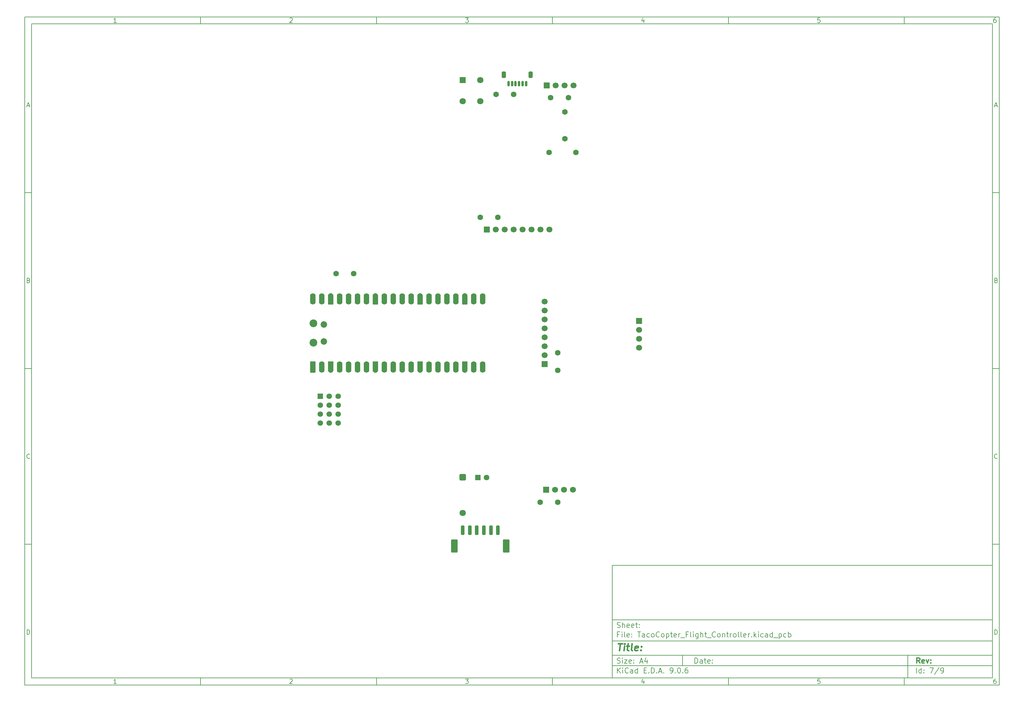
<source format=gts>
%TF.GenerationSoftware,KiCad,Pcbnew,9.0.6*%
%TF.CreationDate,2025-12-23T20:00:03-05:00*%
%TF.ProjectId,TacoCopter_Flight_Controller,5461636f-436f-4707-9465-725f466c6967,rev?*%
%TF.SameCoordinates,Original*%
%TF.FileFunction,Soldermask,Top*%
%TF.FilePolarity,Negative*%
%FSLAX46Y46*%
G04 Gerber Fmt 4.6, Leading zero omitted, Abs format (unit mm)*
G04 Created by KiCad (PCBNEW 9.0.6) date 2025-12-23 20:00:03*
%MOMM*%
%LPD*%
G01*
G04 APERTURE LIST*
G04 Aperture macros list*
%AMRoundRect*
0 Rectangle with rounded corners*
0 $1 Rounding radius*
0 $2 $3 $4 $5 $6 $7 $8 $9 X,Y pos of 4 corners*
0 Add a 4 corners polygon primitive as box body*
4,1,4,$2,$3,$4,$5,$6,$7,$8,$9,$2,$3,0*
0 Add four circle primitives for the rounded corners*
1,1,$1+$1,$2,$3*
1,1,$1+$1,$4,$5*
1,1,$1+$1,$6,$7*
1,1,$1+$1,$8,$9*
0 Add four rect primitives between the rounded corners*
20,1,$1+$1,$2,$3,$4,$5,0*
20,1,$1+$1,$4,$5,$6,$7,0*
20,1,$1+$1,$6,$7,$8,$9,0*
20,1,$1+$1,$8,$9,$2,$3,0*%
%AMFreePoly0*
4,1,37,0.800000,0.796148,0.878414,0.796148,1.032228,0.765552,1.177117,0.705537,1.307515,0.618408,1.418408,0.507515,1.505537,0.377117,1.565552,0.232228,1.596148,0.078414,1.596148,-0.078414,1.565552,-0.232228,1.505537,-0.377117,1.418408,-0.507515,1.307515,-0.618408,1.177117,-0.705537,1.032228,-0.765552,0.878414,-0.796148,0.800000,-0.796148,0.800000,-0.800000,-1.400000,-0.800000,
-1.403843,-0.796157,-1.439018,-0.796157,-1.511114,-0.766294,-1.566294,-0.711114,-1.596157,-0.639018,-1.596157,-0.603843,-1.600000,-0.600000,-1.600000,0.600000,-1.596157,0.603843,-1.596157,0.639018,-1.566294,0.711114,-1.511114,0.766294,-1.439018,0.796157,-1.403843,0.796157,-1.400000,0.800000,0.800000,0.800000,0.800000,0.796148,0.800000,0.796148,$1*%
%AMFreePoly1*
4,1,37,0.000000,0.796148,0.078414,0.796148,0.232228,0.765552,0.377117,0.705537,0.507515,0.618408,0.618408,0.507515,0.705537,0.377117,0.765552,0.232228,0.796148,0.078414,0.796148,-0.078414,0.765552,-0.232228,0.705537,-0.377117,0.618408,-0.507515,0.507515,-0.618408,0.377117,-0.705537,0.232228,-0.765552,0.078414,-0.796148,0.000000,-0.796148,0.000000,-0.800000,-0.600000,-0.800000,
-0.603843,-0.796157,-0.639018,-0.796157,-0.711114,-0.766294,-0.766294,-0.711114,-0.796157,-0.639018,-0.796157,-0.603843,-0.800000,-0.600000,-0.800000,0.600000,-0.796157,0.603843,-0.796157,0.639018,-0.766294,0.711114,-0.711114,0.766294,-0.639018,0.796157,-0.603843,0.796157,-0.600000,0.800000,0.000000,0.800000,0.000000,0.796148,0.000000,0.796148,$1*%
%AMFreePoly2*
4,1,37,0.603843,0.796157,0.639018,0.796157,0.711114,0.766294,0.766294,0.711114,0.796157,0.639018,0.796157,0.603843,0.800000,0.600000,0.800000,-0.600000,0.796157,-0.603843,0.796157,-0.639018,0.766294,-0.711114,0.711114,-0.766294,0.639018,-0.796157,0.603843,-0.796157,0.600000,-0.800000,0.000000,-0.800000,0.000000,-0.796148,-0.078414,-0.796148,-0.232228,-0.765552,-0.377117,-0.705537,
-0.507515,-0.618408,-0.618408,-0.507515,-0.705537,-0.377117,-0.765552,-0.232228,-0.796148,-0.078414,-0.796148,0.078414,-0.765552,0.232228,-0.705537,0.377117,-0.618408,0.507515,-0.507515,0.618408,-0.377117,0.705537,-0.232228,0.765552,-0.078414,0.796148,0.000000,0.796148,0.000000,0.800000,0.600000,0.800000,0.603843,0.796157,0.603843,0.796157,$1*%
%AMFreePoly3*
4,1,37,1.403843,0.796157,1.439018,0.796157,1.511114,0.766294,1.566294,0.711114,1.596157,0.639018,1.596157,0.603843,1.600000,0.600000,1.600000,-0.600000,1.596157,-0.603843,1.596157,-0.639018,1.566294,-0.711114,1.511114,-0.766294,1.439018,-0.796157,1.403843,-0.796157,1.400000,-0.800000,-0.800000,-0.800000,-0.800000,-0.796148,-0.878414,-0.796148,-1.032228,-0.765552,-1.177117,-0.705537,
-1.307515,-0.618408,-1.418408,-0.507515,-1.505537,-0.377117,-1.565552,-0.232228,-1.596148,-0.078414,-1.596148,0.078414,-1.565552,0.232228,-1.505537,0.377117,-1.418408,0.507515,-1.307515,0.618408,-1.177117,0.705537,-1.032228,0.765552,-0.878414,0.796148,-0.800000,0.796148,-0.800000,0.800000,1.400000,0.800000,1.403843,0.796157,1.403843,0.796157,$1*%
G04 Aperture macros list end*
%ADD10C,0.100000*%
%ADD11C,0.150000*%
%ADD12C,0.300000*%
%ADD13C,0.400000*%
%ADD14RoundRect,0.150000X-0.150000X-0.625000X0.150000X-0.625000X0.150000X0.625000X-0.150000X0.625000X0*%
%ADD15RoundRect,0.250000X-0.350000X-0.650000X0.350000X-0.650000X0.350000X0.650000X-0.350000X0.650000X0*%
%ADD16R,1.700000X1.700000*%
%ADD17C,1.700000*%
%ADD18RoundRect,0.800000X0.000010X-0.800000X0.000010X0.800000X-0.000010X0.800000X-0.000010X-0.800000X0*%
%ADD19C,1.600000*%
%ADD20FreePoly0,90.000000*%
%ADD21FreePoly1,90.000000*%
%ADD22FreePoly2,90.000000*%
%ADD23FreePoly3,90.000000*%
%ADD24RoundRect,0.200000X0.600000X-0.600000X0.600000X0.600000X-0.600000X0.600000X-0.600000X-0.600000X0*%
%ADD25C,2.200000*%
%ADD26C,1.850000*%
%ADD27RoundRect,0.250000X-0.550000X-0.550000X0.550000X-0.550000X0.550000X0.550000X-0.550000X0.550000X0*%
%ADD28RoundRect,0.250000X-0.250000X-1.100000X0.250000X-1.100000X0.250000X1.100000X-0.250000X1.100000X0*%
%ADD29RoundRect,0.250000X-0.650000X-1.650000X0.650000X-1.650000X0.650000X1.650000X-0.650000X1.650000X0*%
%ADD30RoundRect,0.102000X-0.685000X0.685000X-0.685000X-0.685000X0.685000X-0.685000X0.685000X0.685000X0*%
%ADD31C,1.574000*%
%ADD32RoundRect,0.250000X-0.650000X0.650000X-0.650000X-0.650000X0.650000X-0.650000X0.650000X0.650000X0*%
%ADD33C,1.800000*%
%ADD34R,1.800000X1.800000*%
G04 APERTURE END LIST*
D10*
D11*
X177002200Y-166007200D02*
X285002200Y-166007200D01*
X285002200Y-198007200D01*
X177002200Y-198007200D01*
X177002200Y-166007200D01*
D10*
D11*
X10000000Y-10000000D02*
X287002200Y-10000000D01*
X287002200Y-200007200D01*
X10000000Y-200007200D01*
X10000000Y-10000000D01*
D10*
D11*
X12000000Y-12000000D02*
X285002200Y-12000000D01*
X285002200Y-198007200D01*
X12000000Y-198007200D01*
X12000000Y-12000000D01*
D10*
D11*
X60000000Y-12000000D02*
X60000000Y-10000000D01*
D10*
D11*
X110000000Y-12000000D02*
X110000000Y-10000000D01*
D10*
D11*
X160000000Y-12000000D02*
X160000000Y-10000000D01*
D10*
D11*
X210000000Y-12000000D02*
X210000000Y-10000000D01*
D10*
D11*
X260000000Y-12000000D02*
X260000000Y-10000000D01*
D10*
D11*
X36089160Y-11593604D02*
X35346303Y-11593604D01*
X35717731Y-11593604D02*
X35717731Y-10293604D01*
X35717731Y-10293604D02*
X35593922Y-10479319D01*
X35593922Y-10479319D02*
X35470112Y-10603128D01*
X35470112Y-10603128D02*
X35346303Y-10665033D01*
D10*
D11*
X85346303Y-10417414D02*
X85408207Y-10355509D01*
X85408207Y-10355509D02*
X85532017Y-10293604D01*
X85532017Y-10293604D02*
X85841541Y-10293604D01*
X85841541Y-10293604D02*
X85965350Y-10355509D01*
X85965350Y-10355509D02*
X86027255Y-10417414D01*
X86027255Y-10417414D02*
X86089160Y-10541223D01*
X86089160Y-10541223D02*
X86089160Y-10665033D01*
X86089160Y-10665033D02*
X86027255Y-10850747D01*
X86027255Y-10850747D02*
X85284398Y-11593604D01*
X85284398Y-11593604D02*
X86089160Y-11593604D01*
D10*
D11*
X135284398Y-10293604D02*
X136089160Y-10293604D01*
X136089160Y-10293604D02*
X135655826Y-10788842D01*
X135655826Y-10788842D02*
X135841541Y-10788842D01*
X135841541Y-10788842D02*
X135965350Y-10850747D01*
X135965350Y-10850747D02*
X136027255Y-10912652D01*
X136027255Y-10912652D02*
X136089160Y-11036461D01*
X136089160Y-11036461D02*
X136089160Y-11345985D01*
X136089160Y-11345985D02*
X136027255Y-11469795D01*
X136027255Y-11469795D02*
X135965350Y-11531700D01*
X135965350Y-11531700D02*
X135841541Y-11593604D01*
X135841541Y-11593604D02*
X135470112Y-11593604D01*
X135470112Y-11593604D02*
X135346303Y-11531700D01*
X135346303Y-11531700D02*
X135284398Y-11469795D01*
D10*
D11*
X185965350Y-10726938D02*
X185965350Y-11593604D01*
X185655826Y-10231700D02*
X185346303Y-11160271D01*
X185346303Y-11160271D02*
X186151064Y-11160271D01*
D10*
D11*
X236027255Y-10293604D02*
X235408207Y-10293604D01*
X235408207Y-10293604D02*
X235346303Y-10912652D01*
X235346303Y-10912652D02*
X235408207Y-10850747D01*
X235408207Y-10850747D02*
X235532017Y-10788842D01*
X235532017Y-10788842D02*
X235841541Y-10788842D01*
X235841541Y-10788842D02*
X235965350Y-10850747D01*
X235965350Y-10850747D02*
X236027255Y-10912652D01*
X236027255Y-10912652D02*
X236089160Y-11036461D01*
X236089160Y-11036461D02*
X236089160Y-11345985D01*
X236089160Y-11345985D02*
X236027255Y-11469795D01*
X236027255Y-11469795D02*
X235965350Y-11531700D01*
X235965350Y-11531700D02*
X235841541Y-11593604D01*
X235841541Y-11593604D02*
X235532017Y-11593604D01*
X235532017Y-11593604D02*
X235408207Y-11531700D01*
X235408207Y-11531700D02*
X235346303Y-11469795D01*
D10*
D11*
X285965350Y-10293604D02*
X285717731Y-10293604D01*
X285717731Y-10293604D02*
X285593922Y-10355509D01*
X285593922Y-10355509D02*
X285532017Y-10417414D01*
X285532017Y-10417414D02*
X285408207Y-10603128D01*
X285408207Y-10603128D02*
X285346303Y-10850747D01*
X285346303Y-10850747D02*
X285346303Y-11345985D01*
X285346303Y-11345985D02*
X285408207Y-11469795D01*
X285408207Y-11469795D02*
X285470112Y-11531700D01*
X285470112Y-11531700D02*
X285593922Y-11593604D01*
X285593922Y-11593604D02*
X285841541Y-11593604D01*
X285841541Y-11593604D02*
X285965350Y-11531700D01*
X285965350Y-11531700D02*
X286027255Y-11469795D01*
X286027255Y-11469795D02*
X286089160Y-11345985D01*
X286089160Y-11345985D02*
X286089160Y-11036461D01*
X286089160Y-11036461D02*
X286027255Y-10912652D01*
X286027255Y-10912652D02*
X285965350Y-10850747D01*
X285965350Y-10850747D02*
X285841541Y-10788842D01*
X285841541Y-10788842D02*
X285593922Y-10788842D01*
X285593922Y-10788842D02*
X285470112Y-10850747D01*
X285470112Y-10850747D02*
X285408207Y-10912652D01*
X285408207Y-10912652D02*
X285346303Y-11036461D01*
D10*
D11*
X60000000Y-198007200D02*
X60000000Y-200007200D01*
D10*
D11*
X110000000Y-198007200D02*
X110000000Y-200007200D01*
D10*
D11*
X160000000Y-198007200D02*
X160000000Y-200007200D01*
D10*
D11*
X210000000Y-198007200D02*
X210000000Y-200007200D01*
D10*
D11*
X260000000Y-198007200D02*
X260000000Y-200007200D01*
D10*
D11*
X36089160Y-199600804D02*
X35346303Y-199600804D01*
X35717731Y-199600804D02*
X35717731Y-198300804D01*
X35717731Y-198300804D02*
X35593922Y-198486519D01*
X35593922Y-198486519D02*
X35470112Y-198610328D01*
X35470112Y-198610328D02*
X35346303Y-198672233D01*
D10*
D11*
X85346303Y-198424614D02*
X85408207Y-198362709D01*
X85408207Y-198362709D02*
X85532017Y-198300804D01*
X85532017Y-198300804D02*
X85841541Y-198300804D01*
X85841541Y-198300804D02*
X85965350Y-198362709D01*
X85965350Y-198362709D02*
X86027255Y-198424614D01*
X86027255Y-198424614D02*
X86089160Y-198548423D01*
X86089160Y-198548423D02*
X86089160Y-198672233D01*
X86089160Y-198672233D02*
X86027255Y-198857947D01*
X86027255Y-198857947D02*
X85284398Y-199600804D01*
X85284398Y-199600804D02*
X86089160Y-199600804D01*
D10*
D11*
X135284398Y-198300804D02*
X136089160Y-198300804D01*
X136089160Y-198300804D02*
X135655826Y-198796042D01*
X135655826Y-198796042D02*
X135841541Y-198796042D01*
X135841541Y-198796042D02*
X135965350Y-198857947D01*
X135965350Y-198857947D02*
X136027255Y-198919852D01*
X136027255Y-198919852D02*
X136089160Y-199043661D01*
X136089160Y-199043661D02*
X136089160Y-199353185D01*
X136089160Y-199353185D02*
X136027255Y-199476995D01*
X136027255Y-199476995D02*
X135965350Y-199538900D01*
X135965350Y-199538900D02*
X135841541Y-199600804D01*
X135841541Y-199600804D02*
X135470112Y-199600804D01*
X135470112Y-199600804D02*
X135346303Y-199538900D01*
X135346303Y-199538900D02*
X135284398Y-199476995D01*
D10*
D11*
X185965350Y-198734138D02*
X185965350Y-199600804D01*
X185655826Y-198238900D02*
X185346303Y-199167471D01*
X185346303Y-199167471D02*
X186151064Y-199167471D01*
D10*
D11*
X236027255Y-198300804D02*
X235408207Y-198300804D01*
X235408207Y-198300804D02*
X235346303Y-198919852D01*
X235346303Y-198919852D02*
X235408207Y-198857947D01*
X235408207Y-198857947D02*
X235532017Y-198796042D01*
X235532017Y-198796042D02*
X235841541Y-198796042D01*
X235841541Y-198796042D02*
X235965350Y-198857947D01*
X235965350Y-198857947D02*
X236027255Y-198919852D01*
X236027255Y-198919852D02*
X236089160Y-199043661D01*
X236089160Y-199043661D02*
X236089160Y-199353185D01*
X236089160Y-199353185D02*
X236027255Y-199476995D01*
X236027255Y-199476995D02*
X235965350Y-199538900D01*
X235965350Y-199538900D02*
X235841541Y-199600804D01*
X235841541Y-199600804D02*
X235532017Y-199600804D01*
X235532017Y-199600804D02*
X235408207Y-199538900D01*
X235408207Y-199538900D02*
X235346303Y-199476995D01*
D10*
D11*
X285965350Y-198300804D02*
X285717731Y-198300804D01*
X285717731Y-198300804D02*
X285593922Y-198362709D01*
X285593922Y-198362709D02*
X285532017Y-198424614D01*
X285532017Y-198424614D02*
X285408207Y-198610328D01*
X285408207Y-198610328D02*
X285346303Y-198857947D01*
X285346303Y-198857947D02*
X285346303Y-199353185D01*
X285346303Y-199353185D02*
X285408207Y-199476995D01*
X285408207Y-199476995D02*
X285470112Y-199538900D01*
X285470112Y-199538900D02*
X285593922Y-199600804D01*
X285593922Y-199600804D02*
X285841541Y-199600804D01*
X285841541Y-199600804D02*
X285965350Y-199538900D01*
X285965350Y-199538900D02*
X286027255Y-199476995D01*
X286027255Y-199476995D02*
X286089160Y-199353185D01*
X286089160Y-199353185D02*
X286089160Y-199043661D01*
X286089160Y-199043661D02*
X286027255Y-198919852D01*
X286027255Y-198919852D02*
X285965350Y-198857947D01*
X285965350Y-198857947D02*
X285841541Y-198796042D01*
X285841541Y-198796042D02*
X285593922Y-198796042D01*
X285593922Y-198796042D02*
X285470112Y-198857947D01*
X285470112Y-198857947D02*
X285408207Y-198919852D01*
X285408207Y-198919852D02*
X285346303Y-199043661D01*
D10*
D11*
X10000000Y-60000000D02*
X12000000Y-60000000D01*
D10*
D11*
X10000000Y-110000000D02*
X12000000Y-110000000D01*
D10*
D11*
X10000000Y-160000000D02*
X12000000Y-160000000D01*
D10*
D11*
X10690476Y-35222176D02*
X11309523Y-35222176D01*
X10566666Y-35593604D02*
X10999999Y-34293604D01*
X10999999Y-34293604D02*
X11433333Y-35593604D01*
D10*
D11*
X11092857Y-84912652D02*
X11278571Y-84974557D01*
X11278571Y-84974557D02*
X11340476Y-85036461D01*
X11340476Y-85036461D02*
X11402380Y-85160271D01*
X11402380Y-85160271D02*
X11402380Y-85345985D01*
X11402380Y-85345985D02*
X11340476Y-85469795D01*
X11340476Y-85469795D02*
X11278571Y-85531700D01*
X11278571Y-85531700D02*
X11154761Y-85593604D01*
X11154761Y-85593604D02*
X10659523Y-85593604D01*
X10659523Y-85593604D02*
X10659523Y-84293604D01*
X10659523Y-84293604D02*
X11092857Y-84293604D01*
X11092857Y-84293604D02*
X11216666Y-84355509D01*
X11216666Y-84355509D02*
X11278571Y-84417414D01*
X11278571Y-84417414D02*
X11340476Y-84541223D01*
X11340476Y-84541223D02*
X11340476Y-84665033D01*
X11340476Y-84665033D02*
X11278571Y-84788842D01*
X11278571Y-84788842D02*
X11216666Y-84850747D01*
X11216666Y-84850747D02*
X11092857Y-84912652D01*
X11092857Y-84912652D02*
X10659523Y-84912652D01*
D10*
D11*
X11402380Y-135469795D02*
X11340476Y-135531700D01*
X11340476Y-135531700D02*
X11154761Y-135593604D01*
X11154761Y-135593604D02*
X11030952Y-135593604D01*
X11030952Y-135593604D02*
X10845238Y-135531700D01*
X10845238Y-135531700D02*
X10721428Y-135407890D01*
X10721428Y-135407890D02*
X10659523Y-135284080D01*
X10659523Y-135284080D02*
X10597619Y-135036461D01*
X10597619Y-135036461D02*
X10597619Y-134850747D01*
X10597619Y-134850747D02*
X10659523Y-134603128D01*
X10659523Y-134603128D02*
X10721428Y-134479319D01*
X10721428Y-134479319D02*
X10845238Y-134355509D01*
X10845238Y-134355509D02*
X11030952Y-134293604D01*
X11030952Y-134293604D02*
X11154761Y-134293604D01*
X11154761Y-134293604D02*
X11340476Y-134355509D01*
X11340476Y-134355509D02*
X11402380Y-134417414D01*
D10*
D11*
X10659523Y-185593604D02*
X10659523Y-184293604D01*
X10659523Y-184293604D02*
X10969047Y-184293604D01*
X10969047Y-184293604D02*
X11154761Y-184355509D01*
X11154761Y-184355509D02*
X11278571Y-184479319D01*
X11278571Y-184479319D02*
X11340476Y-184603128D01*
X11340476Y-184603128D02*
X11402380Y-184850747D01*
X11402380Y-184850747D02*
X11402380Y-185036461D01*
X11402380Y-185036461D02*
X11340476Y-185284080D01*
X11340476Y-185284080D02*
X11278571Y-185407890D01*
X11278571Y-185407890D02*
X11154761Y-185531700D01*
X11154761Y-185531700D02*
X10969047Y-185593604D01*
X10969047Y-185593604D02*
X10659523Y-185593604D01*
D10*
D11*
X287002200Y-60000000D02*
X285002200Y-60000000D01*
D10*
D11*
X287002200Y-110000000D02*
X285002200Y-110000000D01*
D10*
D11*
X287002200Y-160000000D02*
X285002200Y-160000000D01*
D10*
D11*
X285692676Y-35222176D02*
X286311723Y-35222176D01*
X285568866Y-35593604D02*
X286002199Y-34293604D01*
X286002199Y-34293604D02*
X286435533Y-35593604D01*
D10*
D11*
X286095057Y-84912652D02*
X286280771Y-84974557D01*
X286280771Y-84974557D02*
X286342676Y-85036461D01*
X286342676Y-85036461D02*
X286404580Y-85160271D01*
X286404580Y-85160271D02*
X286404580Y-85345985D01*
X286404580Y-85345985D02*
X286342676Y-85469795D01*
X286342676Y-85469795D02*
X286280771Y-85531700D01*
X286280771Y-85531700D02*
X286156961Y-85593604D01*
X286156961Y-85593604D02*
X285661723Y-85593604D01*
X285661723Y-85593604D02*
X285661723Y-84293604D01*
X285661723Y-84293604D02*
X286095057Y-84293604D01*
X286095057Y-84293604D02*
X286218866Y-84355509D01*
X286218866Y-84355509D02*
X286280771Y-84417414D01*
X286280771Y-84417414D02*
X286342676Y-84541223D01*
X286342676Y-84541223D02*
X286342676Y-84665033D01*
X286342676Y-84665033D02*
X286280771Y-84788842D01*
X286280771Y-84788842D02*
X286218866Y-84850747D01*
X286218866Y-84850747D02*
X286095057Y-84912652D01*
X286095057Y-84912652D02*
X285661723Y-84912652D01*
D10*
D11*
X286404580Y-135469795D02*
X286342676Y-135531700D01*
X286342676Y-135531700D02*
X286156961Y-135593604D01*
X286156961Y-135593604D02*
X286033152Y-135593604D01*
X286033152Y-135593604D02*
X285847438Y-135531700D01*
X285847438Y-135531700D02*
X285723628Y-135407890D01*
X285723628Y-135407890D02*
X285661723Y-135284080D01*
X285661723Y-135284080D02*
X285599819Y-135036461D01*
X285599819Y-135036461D02*
X285599819Y-134850747D01*
X285599819Y-134850747D02*
X285661723Y-134603128D01*
X285661723Y-134603128D02*
X285723628Y-134479319D01*
X285723628Y-134479319D02*
X285847438Y-134355509D01*
X285847438Y-134355509D02*
X286033152Y-134293604D01*
X286033152Y-134293604D02*
X286156961Y-134293604D01*
X286156961Y-134293604D02*
X286342676Y-134355509D01*
X286342676Y-134355509D02*
X286404580Y-134417414D01*
D10*
D11*
X285661723Y-185593604D02*
X285661723Y-184293604D01*
X285661723Y-184293604D02*
X285971247Y-184293604D01*
X285971247Y-184293604D02*
X286156961Y-184355509D01*
X286156961Y-184355509D02*
X286280771Y-184479319D01*
X286280771Y-184479319D02*
X286342676Y-184603128D01*
X286342676Y-184603128D02*
X286404580Y-184850747D01*
X286404580Y-184850747D02*
X286404580Y-185036461D01*
X286404580Y-185036461D02*
X286342676Y-185284080D01*
X286342676Y-185284080D02*
X286280771Y-185407890D01*
X286280771Y-185407890D02*
X286156961Y-185531700D01*
X286156961Y-185531700D02*
X285971247Y-185593604D01*
X285971247Y-185593604D02*
X285661723Y-185593604D01*
D10*
D11*
X200458026Y-193793328D02*
X200458026Y-192293328D01*
X200458026Y-192293328D02*
X200815169Y-192293328D01*
X200815169Y-192293328D02*
X201029455Y-192364757D01*
X201029455Y-192364757D02*
X201172312Y-192507614D01*
X201172312Y-192507614D02*
X201243741Y-192650471D01*
X201243741Y-192650471D02*
X201315169Y-192936185D01*
X201315169Y-192936185D02*
X201315169Y-193150471D01*
X201315169Y-193150471D02*
X201243741Y-193436185D01*
X201243741Y-193436185D02*
X201172312Y-193579042D01*
X201172312Y-193579042D02*
X201029455Y-193721900D01*
X201029455Y-193721900D02*
X200815169Y-193793328D01*
X200815169Y-193793328D02*
X200458026Y-193793328D01*
X202600884Y-193793328D02*
X202600884Y-193007614D01*
X202600884Y-193007614D02*
X202529455Y-192864757D01*
X202529455Y-192864757D02*
X202386598Y-192793328D01*
X202386598Y-192793328D02*
X202100884Y-192793328D01*
X202100884Y-192793328D02*
X201958026Y-192864757D01*
X202600884Y-193721900D02*
X202458026Y-193793328D01*
X202458026Y-193793328D02*
X202100884Y-193793328D01*
X202100884Y-193793328D02*
X201958026Y-193721900D01*
X201958026Y-193721900D02*
X201886598Y-193579042D01*
X201886598Y-193579042D02*
X201886598Y-193436185D01*
X201886598Y-193436185D02*
X201958026Y-193293328D01*
X201958026Y-193293328D02*
X202100884Y-193221900D01*
X202100884Y-193221900D02*
X202458026Y-193221900D01*
X202458026Y-193221900D02*
X202600884Y-193150471D01*
X203100884Y-192793328D02*
X203672312Y-192793328D01*
X203315169Y-192293328D02*
X203315169Y-193579042D01*
X203315169Y-193579042D02*
X203386598Y-193721900D01*
X203386598Y-193721900D02*
X203529455Y-193793328D01*
X203529455Y-193793328D02*
X203672312Y-193793328D01*
X204743741Y-193721900D02*
X204600884Y-193793328D01*
X204600884Y-193793328D02*
X204315170Y-193793328D01*
X204315170Y-193793328D02*
X204172312Y-193721900D01*
X204172312Y-193721900D02*
X204100884Y-193579042D01*
X204100884Y-193579042D02*
X204100884Y-193007614D01*
X204100884Y-193007614D02*
X204172312Y-192864757D01*
X204172312Y-192864757D02*
X204315170Y-192793328D01*
X204315170Y-192793328D02*
X204600884Y-192793328D01*
X204600884Y-192793328D02*
X204743741Y-192864757D01*
X204743741Y-192864757D02*
X204815170Y-193007614D01*
X204815170Y-193007614D02*
X204815170Y-193150471D01*
X204815170Y-193150471D02*
X204100884Y-193293328D01*
X205458026Y-193650471D02*
X205529455Y-193721900D01*
X205529455Y-193721900D02*
X205458026Y-193793328D01*
X205458026Y-193793328D02*
X205386598Y-193721900D01*
X205386598Y-193721900D02*
X205458026Y-193650471D01*
X205458026Y-193650471D02*
X205458026Y-193793328D01*
X205458026Y-192864757D02*
X205529455Y-192936185D01*
X205529455Y-192936185D02*
X205458026Y-193007614D01*
X205458026Y-193007614D02*
X205386598Y-192936185D01*
X205386598Y-192936185D02*
X205458026Y-192864757D01*
X205458026Y-192864757D02*
X205458026Y-193007614D01*
D10*
D11*
X177002200Y-194507200D02*
X285002200Y-194507200D01*
D10*
D11*
X178458026Y-196593328D02*
X178458026Y-195093328D01*
X179315169Y-196593328D02*
X178672312Y-195736185D01*
X179315169Y-195093328D02*
X178458026Y-195950471D01*
X179958026Y-196593328D02*
X179958026Y-195593328D01*
X179958026Y-195093328D02*
X179886598Y-195164757D01*
X179886598Y-195164757D02*
X179958026Y-195236185D01*
X179958026Y-195236185D02*
X180029455Y-195164757D01*
X180029455Y-195164757D02*
X179958026Y-195093328D01*
X179958026Y-195093328D02*
X179958026Y-195236185D01*
X181529455Y-196450471D02*
X181458027Y-196521900D01*
X181458027Y-196521900D02*
X181243741Y-196593328D01*
X181243741Y-196593328D02*
X181100884Y-196593328D01*
X181100884Y-196593328D02*
X180886598Y-196521900D01*
X180886598Y-196521900D02*
X180743741Y-196379042D01*
X180743741Y-196379042D02*
X180672312Y-196236185D01*
X180672312Y-196236185D02*
X180600884Y-195950471D01*
X180600884Y-195950471D02*
X180600884Y-195736185D01*
X180600884Y-195736185D02*
X180672312Y-195450471D01*
X180672312Y-195450471D02*
X180743741Y-195307614D01*
X180743741Y-195307614D02*
X180886598Y-195164757D01*
X180886598Y-195164757D02*
X181100884Y-195093328D01*
X181100884Y-195093328D02*
X181243741Y-195093328D01*
X181243741Y-195093328D02*
X181458027Y-195164757D01*
X181458027Y-195164757D02*
X181529455Y-195236185D01*
X182815170Y-196593328D02*
X182815170Y-195807614D01*
X182815170Y-195807614D02*
X182743741Y-195664757D01*
X182743741Y-195664757D02*
X182600884Y-195593328D01*
X182600884Y-195593328D02*
X182315170Y-195593328D01*
X182315170Y-195593328D02*
X182172312Y-195664757D01*
X182815170Y-196521900D02*
X182672312Y-196593328D01*
X182672312Y-196593328D02*
X182315170Y-196593328D01*
X182315170Y-196593328D02*
X182172312Y-196521900D01*
X182172312Y-196521900D02*
X182100884Y-196379042D01*
X182100884Y-196379042D02*
X182100884Y-196236185D01*
X182100884Y-196236185D02*
X182172312Y-196093328D01*
X182172312Y-196093328D02*
X182315170Y-196021900D01*
X182315170Y-196021900D02*
X182672312Y-196021900D01*
X182672312Y-196021900D02*
X182815170Y-195950471D01*
X184172313Y-196593328D02*
X184172313Y-195093328D01*
X184172313Y-196521900D02*
X184029455Y-196593328D01*
X184029455Y-196593328D02*
X183743741Y-196593328D01*
X183743741Y-196593328D02*
X183600884Y-196521900D01*
X183600884Y-196521900D02*
X183529455Y-196450471D01*
X183529455Y-196450471D02*
X183458027Y-196307614D01*
X183458027Y-196307614D02*
X183458027Y-195879042D01*
X183458027Y-195879042D02*
X183529455Y-195736185D01*
X183529455Y-195736185D02*
X183600884Y-195664757D01*
X183600884Y-195664757D02*
X183743741Y-195593328D01*
X183743741Y-195593328D02*
X184029455Y-195593328D01*
X184029455Y-195593328D02*
X184172313Y-195664757D01*
X186029455Y-195807614D02*
X186529455Y-195807614D01*
X186743741Y-196593328D02*
X186029455Y-196593328D01*
X186029455Y-196593328D02*
X186029455Y-195093328D01*
X186029455Y-195093328D02*
X186743741Y-195093328D01*
X187386598Y-196450471D02*
X187458027Y-196521900D01*
X187458027Y-196521900D02*
X187386598Y-196593328D01*
X187386598Y-196593328D02*
X187315170Y-196521900D01*
X187315170Y-196521900D02*
X187386598Y-196450471D01*
X187386598Y-196450471D02*
X187386598Y-196593328D01*
X188100884Y-196593328D02*
X188100884Y-195093328D01*
X188100884Y-195093328D02*
X188458027Y-195093328D01*
X188458027Y-195093328D02*
X188672313Y-195164757D01*
X188672313Y-195164757D02*
X188815170Y-195307614D01*
X188815170Y-195307614D02*
X188886599Y-195450471D01*
X188886599Y-195450471D02*
X188958027Y-195736185D01*
X188958027Y-195736185D02*
X188958027Y-195950471D01*
X188958027Y-195950471D02*
X188886599Y-196236185D01*
X188886599Y-196236185D02*
X188815170Y-196379042D01*
X188815170Y-196379042D02*
X188672313Y-196521900D01*
X188672313Y-196521900D02*
X188458027Y-196593328D01*
X188458027Y-196593328D02*
X188100884Y-196593328D01*
X189600884Y-196450471D02*
X189672313Y-196521900D01*
X189672313Y-196521900D02*
X189600884Y-196593328D01*
X189600884Y-196593328D02*
X189529456Y-196521900D01*
X189529456Y-196521900D02*
X189600884Y-196450471D01*
X189600884Y-196450471D02*
X189600884Y-196593328D01*
X190243742Y-196164757D02*
X190958028Y-196164757D01*
X190100885Y-196593328D02*
X190600885Y-195093328D01*
X190600885Y-195093328D02*
X191100885Y-196593328D01*
X191600884Y-196450471D02*
X191672313Y-196521900D01*
X191672313Y-196521900D02*
X191600884Y-196593328D01*
X191600884Y-196593328D02*
X191529456Y-196521900D01*
X191529456Y-196521900D02*
X191600884Y-196450471D01*
X191600884Y-196450471D02*
X191600884Y-196593328D01*
X193529456Y-196593328D02*
X193815170Y-196593328D01*
X193815170Y-196593328D02*
X193958027Y-196521900D01*
X193958027Y-196521900D02*
X194029456Y-196450471D01*
X194029456Y-196450471D02*
X194172313Y-196236185D01*
X194172313Y-196236185D02*
X194243742Y-195950471D01*
X194243742Y-195950471D02*
X194243742Y-195379042D01*
X194243742Y-195379042D02*
X194172313Y-195236185D01*
X194172313Y-195236185D02*
X194100885Y-195164757D01*
X194100885Y-195164757D02*
X193958027Y-195093328D01*
X193958027Y-195093328D02*
X193672313Y-195093328D01*
X193672313Y-195093328D02*
X193529456Y-195164757D01*
X193529456Y-195164757D02*
X193458027Y-195236185D01*
X193458027Y-195236185D02*
X193386599Y-195379042D01*
X193386599Y-195379042D02*
X193386599Y-195736185D01*
X193386599Y-195736185D02*
X193458027Y-195879042D01*
X193458027Y-195879042D02*
X193529456Y-195950471D01*
X193529456Y-195950471D02*
X193672313Y-196021900D01*
X193672313Y-196021900D02*
X193958027Y-196021900D01*
X193958027Y-196021900D02*
X194100885Y-195950471D01*
X194100885Y-195950471D02*
X194172313Y-195879042D01*
X194172313Y-195879042D02*
X194243742Y-195736185D01*
X194886598Y-196450471D02*
X194958027Y-196521900D01*
X194958027Y-196521900D02*
X194886598Y-196593328D01*
X194886598Y-196593328D02*
X194815170Y-196521900D01*
X194815170Y-196521900D02*
X194886598Y-196450471D01*
X194886598Y-196450471D02*
X194886598Y-196593328D01*
X195886599Y-195093328D02*
X196029456Y-195093328D01*
X196029456Y-195093328D02*
X196172313Y-195164757D01*
X196172313Y-195164757D02*
X196243742Y-195236185D01*
X196243742Y-195236185D02*
X196315170Y-195379042D01*
X196315170Y-195379042D02*
X196386599Y-195664757D01*
X196386599Y-195664757D02*
X196386599Y-196021900D01*
X196386599Y-196021900D02*
X196315170Y-196307614D01*
X196315170Y-196307614D02*
X196243742Y-196450471D01*
X196243742Y-196450471D02*
X196172313Y-196521900D01*
X196172313Y-196521900D02*
X196029456Y-196593328D01*
X196029456Y-196593328D02*
X195886599Y-196593328D01*
X195886599Y-196593328D02*
X195743742Y-196521900D01*
X195743742Y-196521900D02*
X195672313Y-196450471D01*
X195672313Y-196450471D02*
X195600884Y-196307614D01*
X195600884Y-196307614D02*
X195529456Y-196021900D01*
X195529456Y-196021900D02*
X195529456Y-195664757D01*
X195529456Y-195664757D02*
X195600884Y-195379042D01*
X195600884Y-195379042D02*
X195672313Y-195236185D01*
X195672313Y-195236185D02*
X195743742Y-195164757D01*
X195743742Y-195164757D02*
X195886599Y-195093328D01*
X197029455Y-196450471D02*
X197100884Y-196521900D01*
X197100884Y-196521900D02*
X197029455Y-196593328D01*
X197029455Y-196593328D02*
X196958027Y-196521900D01*
X196958027Y-196521900D02*
X197029455Y-196450471D01*
X197029455Y-196450471D02*
X197029455Y-196593328D01*
X198386599Y-195093328D02*
X198100884Y-195093328D01*
X198100884Y-195093328D02*
X197958027Y-195164757D01*
X197958027Y-195164757D02*
X197886599Y-195236185D01*
X197886599Y-195236185D02*
X197743741Y-195450471D01*
X197743741Y-195450471D02*
X197672313Y-195736185D01*
X197672313Y-195736185D02*
X197672313Y-196307614D01*
X197672313Y-196307614D02*
X197743741Y-196450471D01*
X197743741Y-196450471D02*
X197815170Y-196521900D01*
X197815170Y-196521900D02*
X197958027Y-196593328D01*
X197958027Y-196593328D02*
X198243741Y-196593328D01*
X198243741Y-196593328D02*
X198386599Y-196521900D01*
X198386599Y-196521900D02*
X198458027Y-196450471D01*
X198458027Y-196450471D02*
X198529456Y-196307614D01*
X198529456Y-196307614D02*
X198529456Y-195950471D01*
X198529456Y-195950471D02*
X198458027Y-195807614D01*
X198458027Y-195807614D02*
X198386599Y-195736185D01*
X198386599Y-195736185D02*
X198243741Y-195664757D01*
X198243741Y-195664757D02*
X197958027Y-195664757D01*
X197958027Y-195664757D02*
X197815170Y-195736185D01*
X197815170Y-195736185D02*
X197743741Y-195807614D01*
X197743741Y-195807614D02*
X197672313Y-195950471D01*
D10*
D11*
X177002200Y-191507200D02*
X285002200Y-191507200D01*
D10*
D12*
X264413853Y-193785528D02*
X263913853Y-193071242D01*
X263556710Y-193785528D02*
X263556710Y-192285528D01*
X263556710Y-192285528D02*
X264128139Y-192285528D01*
X264128139Y-192285528D02*
X264270996Y-192356957D01*
X264270996Y-192356957D02*
X264342425Y-192428385D01*
X264342425Y-192428385D02*
X264413853Y-192571242D01*
X264413853Y-192571242D02*
X264413853Y-192785528D01*
X264413853Y-192785528D02*
X264342425Y-192928385D01*
X264342425Y-192928385D02*
X264270996Y-192999814D01*
X264270996Y-192999814D02*
X264128139Y-193071242D01*
X264128139Y-193071242D02*
X263556710Y-193071242D01*
X265628139Y-193714100D02*
X265485282Y-193785528D01*
X265485282Y-193785528D02*
X265199568Y-193785528D01*
X265199568Y-193785528D02*
X265056710Y-193714100D01*
X265056710Y-193714100D02*
X264985282Y-193571242D01*
X264985282Y-193571242D02*
X264985282Y-192999814D01*
X264985282Y-192999814D02*
X265056710Y-192856957D01*
X265056710Y-192856957D02*
X265199568Y-192785528D01*
X265199568Y-192785528D02*
X265485282Y-192785528D01*
X265485282Y-192785528D02*
X265628139Y-192856957D01*
X265628139Y-192856957D02*
X265699568Y-192999814D01*
X265699568Y-192999814D02*
X265699568Y-193142671D01*
X265699568Y-193142671D02*
X264985282Y-193285528D01*
X266199567Y-192785528D02*
X266556710Y-193785528D01*
X266556710Y-193785528D02*
X266913853Y-192785528D01*
X267485281Y-193642671D02*
X267556710Y-193714100D01*
X267556710Y-193714100D02*
X267485281Y-193785528D01*
X267485281Y-193785528D02*
X267413853Y-193714100D01*
X267413853Y-193714100D02*
X267485281Y-193642671D01*
X267485281Y-193642671D02*
X267485281Y-193785528D01*
X267485281Y-192856957D02*
X267556710Y-192928385D01*
X267556710Y-192928385D02*
X267485281Y-192999814D01*
X267485281Y-192999814D02*
X267413853Y-192928385D01*
X267413853Y-192928385D02*
X267485281Y-192856957D01*
X267485281Y-192856957D02*
X267485281Y-192999814D01*
D10*
D11*
X178386598Y-193721900D02*
X178600884Y-193793328D01*
X178600884Y-193793328D02*
X178958026Y-193793328D01*
X178958026Y-193793328D02*
X179100884Y-193721900D01*
X179100884Y-193721900D02*
X179172312Y-193650471D01*
X179172312Y-193650471D02*
X179243741Y-193507614D01*
X179243741Y-193507614D02*
X179243741Y-193364757D01*
X179243741Y-193364757D02*
X179172312Y-193221900D01*
X179172312Y-193221900D02*
X179100884Y-193150471D01*
X179100884Y-193150471D02*
X178958026Y-193079042D01*
X178958026Y-193079042D02*
X178672312Y-193007614D01*
X178672312Y-193007614D02*
X178529455Y-192936185D01*
X178529455Y-192936185D02*
X178458026Y-192864757D01*
X178458026Y-192864757D02*
X178386598Y-192721900D01*
X178386598Y-192721900D02*
X178386598Y-192579042D01*
X178386598Y-192579042D02*
X178458026Y-192436185D01*
X178458026Y-192436185D02*
X178529455Y-192364757D01*
X178529455Y-192364757D02*
X178672312Y-192293328D01*
X178672312Y-192293328D02*
X179029455Y-192293328D01*
X179029455Y-192293328D02*
X179243741Y-192364757D01*
X179886597Y-193793328D02*
X179886597Y-192793328D01*
X179886597Y-192293328D02*
X179815169Y-192364757D01*
X179815169Y-192364757D02*
X179886597Y-192436185D01*
X179886597Y-192436185D02*
X179958026Y-192364757D01*
X179958026Y-192364757D02*
X179886597Y-192293328D01*
X179886597Y-192293328D02*
X179886597Y-192436185D01*
X180458026Y-192793328D02*
X181243741Y-192793328D01*
X181243741Y-192793328D02*
X180458026Y-193793328D01*
X180458026Y-193793328D02*
X181243741Y-193793328D01*
X182386598Y-193721900D02*
X182243741Y-193793328D01*
X182243741Y-193793328D02*
X181958027Y-193793328D01*
X181958027Y-193793328D02*
X181815169Y-193721900D01*
X181815169Y-193721900D02*
X181743741Y-193579042D01*
X181743741Y-193579042D02*
X181743741Y-193007614D01*
X181743741Y-193007614D02*
X181815169Y-192864757D01*
X181815169Y-192864757D02*
X181958027Y-192793328D01*
X181958027Y-192793328D02*
X182243741Y-192793328D01*
X182243741Y-192793328D02*
X182386598Y-192864757D01*
X182386598Y-192864757D02*
X182458027Y-193007614D01*
X182458027Y-193007614D02*
X182458027Y-193150471D01*
X182458027Y-193150471D02*
X181743741Y-193293328D01*
X183100883Y-193650471D02*
X183172312Y-193721900D01*
X183172312Y-193721900D02*
X183100883Y-193793328D01*
X183100883Y-193793328D02*
X183029455Y-193721900D01*
X183029455Y-193721900D02*
X183100883Y-193650471D01*
X183100883Y-193650471D02*
X183100883Y-193793328D01*
X183100883Y-192864757D02*
X183172312Y-192936185D01*
X183172312Y-192936185D02*
X183100883Y-193007614D01*
X183100883Y-193007614D02*
X183029455Y-192936185D01*
X183029455Y-192936185D02*
X183100883Y-192864757D01*
X183100883Y-192864757D02*
X183100883Y-193007614D01*
X184886598Y-193364757D02*
X185600884Y-193364757D01*
X184743741Y-193793328D02*
X185243741Y-192293328D01*
X185243741Y-192293328D02*
X185743741Y-193793328D01*
X186886598Y-192793328D02*
X186886598Y-193793328D01*
X186529455Y-192221900D02*
X186172312Y-193293328D01*
X186172312Y-193293328D02*
X187100883Y-193293328D01*
D10*
D11*
X263458026Y-196593328D02*
X263458026Y-195093328D01*
X264815170Y-196593328D02*
X264815170Y-195093328D01*
X264815170Y-196521900D02*
X264672312Y-196593328D01*
X264672312Y-196593328D02*
X264386598Y-196593328D01*
X264386598Y-196593328D02*
X264243741Y-196521900D01*
X264243741Y-196521900D02*
X264172312Y-196450471D01*
X264172312Y-196450471D02*
X264100884Y-196307614D01*
X264100884Y-196307614D02*
X264100884Y-195879042D01*
X264100884Y-195879042D02*
X264172312Y-195736185D01*
X264172312Y-195736185D02*
X264243741Y-195664757D01*
X264243741Y-195664757D02*
X264386598Y-195593328D01*
X264386598Y-195593328D02*
X264672312Y-195593328D01*
X264672312Y-195593328D02*
X264815170Y-195664757D01*
X265529455Y-196450471D02*
X265600884Y-196521900D01*
X265600884Y-196521900D02*
X265529455Y-196593328D01*
X265529455Y-196593328D02*
X265458027Y-196521900D01*
X265458027Y-196521900D02*
X265529455Y-196450471D01*
X265529455Y-196450471D02*
X265529455Y-196593328D01*
X265529455Y-195664757D02*
X265600884Y-195736185D01*
X265600884Y-195736185D02*
X265529455Y-195807614D01*
X265529455Y-195807614D02*
X265458027Y-195736185D01*
X265458027Y-195736185D02*
X265529455Y-195664757D01*
X265529455Y-195664757D02*
X265529455Y-195807614D01*
X267243741Y-195093328D02*
X268243741Y-195093328D01*
X268243741Y-195093328D02*
X267600884Y-196593328D01*
X269886598Y-195021900D02*
X268600884Y-196950471D01*
X270458027Y-196593328D02*
X270743741Y-196593328D01*
X270743741Y-196593328D02*
X270886598Y-196521900D01*
X270886598Y-196521900D02*
X270958027Y-196450471D01*
X270958027Y-196450471D02*
X271100884Y-196236185D01*
X271100884Y-196236185D02*
X271172313Y-195950471D01*
X271172313Y-195950471D02*
X271172313Y-195379042D01*
X271172313Y-195379042D02*
X271100884Y-195236185D01*
X271100884Y-195236185D02*
X271029456Y-195164757D01*
X271029456Y-195164757D02*
X270886598Y-195093328D01*
X270886598Y-195093328D02*
X270600884Y-195093328D01*
X270600884Y-195093328D02*
X270458027Y-195164757D01*
X270458027Y-195164757D02*
X270386598Y-195236185D01*
X270386598Y-195236185D02*
X270315170Y-195379042D01*
X270315170Y-195379042D02*
X270315170Y-195736185D01*
X270315170Y-195736185D02*
X270386598Y-195879042D01*
X270386598Y-195879042D02*
X270458027Y-195950471D01*
X270458027Y-195950471D02*
X270600884Y-196021900D01*
X270600884Y-196021900D02*
X270886598Y-196021900D01*
X270886598Y-196021900D02*
X271029456Y-195950471D01*
X271029456Y-195950471D02*
X271100884Y-195879042D01*
X271100884Y-195879042D02*
X271172313Y-195736185D01*
D10*
D11*
X177002200Y-187507200D02*
X285002200Y-187507200D01*
D10*
D13*
X178693928Y-188211638D02*
X179836785Y-188211638D01*
X179015357Y-190211638D02*
X179265357Y-188211638D01*
X180253452Y-190211638D02*
X180420119Y-188878304D01*
X180503452Y-188211638D02*
X180396309Y-188306876D01*
X180396309Y-188306876D02*
X180479643Y-188402114D01*
X180479643Y-188402114D02*
X180586786Y-188306876D01*
X180586786Y-188306876D02*
X180503452Y-188211638D01*
X180503452Y-188211638D02*
X180479643Y-188402114D01*
X181086786Y-188878304D02*
X181848690Y-188878304D01*
X181455833Y-188211638D02*
X181241548Y-189925923D01*
X181241548Y-189925923D02*
X181312976Y-190116400D01*
X181312976Y-190116400D02*
X181491548Y-190211638D01*
X181491548Y-190211638D02*
X181682024Y-190211638D01*
X182634405Y-190211638D02*
X182455833Y-190116400D01*
X182455833Y-190116400D02*
X182384405Y-189925923D01*
X182384405Y-189925923D02*
X182598690Y-188211638D01*
X184170119Y-190116400D02*
X183967738Y-190211638D01*
X183967738Y-190211638D02*
X183586785Y-190211638D01*
X183586785Y-190211638D02*
X183408214Y-190116400D01*
X183408214Y-190116400D02*
X183336785Y-189925923D01*
X183336785Y-189925923D02*
X183432024Y-189164019D01*
X183432024Y-189164019D02*
X183551071Y-188973542D01*
X183551071Y-188973542D02*
X183753452Y-188878304D01*
X183753452Y-188878304D02*
X184134404Y-188878304D01*
X184134404Y-188878304D02*
X184312976Y-188973542D01*
X184312976Y-188973542D02*
X184384404Y-189164019D01*
X184384404Y-189164019D02*
X184360595Y-189354495D01*
X184360595Y-189354495D02*
X183384404Y-189544971D01*
X185134405Y-190021161D02*
X185217738Y-190116400D01*
X185217738Y-190116400D02*
X185110595Y-190211638D01*
X185110595Y-190211638D02*
X185027262Y-190116400D01*
X185027262Y-190116400D02*
X185134405Y-190021161D01*
X185134405Y-190021161D02*
X185110595Y-190211638D01*
X185265357Y-188973542D02*
X185348690Y-189068780D01*
X185348690Y-189068780D02*
X185241548Y-189164019D01*
X185241548Y-189164019D02*
X185158214Y-189068780D01*
X185158214Y-189068780D02*
X185265357Y-188973542D01*
X185265357Y-188973542D02*
X185241548Y-189164019D01*
D10*
D11*
X178958026Y-185607614D02*
X178458026Y-185607614D01*
X178458026Y-186393328D02*
X178458026Y-184893328D01*
X178458026Y-184893328D02*
X179172312Y-184893328D01*
X179743740Y-186393328D02*
X179743740Y-185393328D01*
X179743740Y-184893328D02*
X179672312Y-184964757D01*
X179672312Y-184964757D02*
X179743740Y-185036185D01*
X179743740Y-185036185D02*
X179815169Y-184964757D01*
X179815169Y-184964757D02*
X179743740Y-184893328D01*
X179743740Y-184893328D02*
X179743740Y-185036185D01*
X180672312Y-186393328D02*
X180529455Y-186321900D01*
X180529455Y-186321900D02*
X180458026Y-186179042D01*
X180458026Y-186179042D02*
X180458026Y-184893328D01*
X181815169Y-186321900D02*
X181672312Y-186393328D01*
X181672312Y-186393328D02*
X181386598Y-186393328D01*
X181386598Y-186393328D02*
X181243740Y-186321900D01*
X181243740Y-186321900D02*
X181172312Y-186179042D01*
X181172312Y-186179042D02*
X181172312Y-185607614D01*
X181172312Y-185607614D02*
X181243740Y-185464757D01*
X181243740Y-185464757D02*
X181386598Y-185393328D01*
X181386598Y-185393328D02*
X181672312Y-185393328D01*
X181672312Y-185393328D02*
X181815169Y-185464757D01*
X181815169Y-185464757D02*
X181886598Y-185607614D01*
X181886598Y-185607614D02*
X181886598Y-185750471D01*
X181886598Y-185750471D02*
X181172312Y-185893328D01*
X182529454Y-186250471D02*
X182600883Y-186321900D01*
X182600883Y-186321900D02*
X182529454Y-186393328D01*
X182529454Y-186393328D02*
X182458026Y-186321900D01*
X182458026Y-186321900D02*
X182529454Y-186250471D01*
X182529454Y-186250471D02*
X182529454Y-186393328D01*
X182529454Y-185464757D02*
X182600883Y-185536185D01*
X182600883Y-185536185D02*
X182529454Y-185607614D01*
X182529454Y-185607614D02*
X182458026Y-185536185D01*
X182458026Y-185536185D02*
X182529454Y-185464757D01*
X182529454Y-185464757D02*
X182529454Y-185607614D01*
X184172312Y-184893328D02*
X185029455Y-184893328D01*
X184600883Y-186393328D02*
X184600883Y-184893328D01*
X186172312Y-186393328D02*
X186172312Y-185607614D01*
X186172312Y-185607614D02*
X186100883Y-185464757D01*
X186100883Y-185464757D02*
X185958026Y-185393328D01*
X185958026Y-185393328D02*
X185672312Y-185393328D01*
X185672312Y-185393328D02*
X185529454Y-185464757D01*
X186172312Y-186321900D02*
X186029454Y-186393328D01*
X186029454Y-186393328D02*
X185672312Y-186393328D01*
X185672312Y-186393328D02*
X185529454Y-186321900D01*
X185529454Y-186321900D02*
X185458026Y-186179042D01*
X185458026Y-186179042D02*
X185458026Y-186036185D01*
X185458026Y-186036185D02*
X185529454Y-185893328D01*
X185529454Y-185893328D02*
X185672312Y-185821900D01*
X185672312Y-185821900D02*
X186029454Y-185821900D01*
X186029454Y-185821900D02*
X186172312Y-185750471D01*
X187529455Y-186321900D02*
X187386597Y-186393328D01*
X187386597Y-186393328D02*
X187100883Y-186393328D01*
X187100883Y-186393328D02*
X186958026Y-186321900D01*
X186958026Y-186321900D02*
X186886597Y-186250471D01*
X186886597Y-186250471D02*
X186815169Y-186107614D01*
X186815169Y-186107614D02*
X186815169Y-185679042D01*
X186815169Y-185679042D02*
X186886597Y-185536185D01*
X186886597Y-185536185D02*
X186958026Y-185464757D01*
X186958026Y-185464757D02*
X187100883Y-185393328D01*
X187100883Y-185393328D02*
X187386597Y-185393328D01*
X187386597Y-185393328D02*
X187529455Y-185464757D01*
X188386597Y-186393328D02*
X188243740Y-186321900D01*
X188243740Y-186321900D02*
X188172311Y-186250471D01*
X188172311Y-186250471D02*
X188100883Y-186107614D01*
X188100883Y-186107614D02*
X188100883Y-185679042D01*
X188100883Y-185679042D02*
X188172311Y-185536185D01*
X188172311Y-185536185D02*
X188243740Y-185464757D01*
X188243740Y-185464757D02*
X188386597Y-185393328D01*
X188386597Y-185393328D02*
X188600883Y-185393328D01*
X188600883Y-185393328D02*
X188743740Y-185464757D01*
X188743740Y-185464757D02*
X188815169Y-185536185D01*
X188815169Y-185536185D02*
X188886597Y-185679042D01*
X188886597Y-185679042D02*
X188886597Y-186107614D01*
X188886597Y-186107614D02*
X188815169Y-186250471D01*
X188815169Y-186250471D02*
X188743740Y-186321900D01*
X188743740Y-186321900D02*
X188600883Y-186393328D01*
X188600883Y-186393328D02*
X188386597Y-186393328D01*
X190386597Y-186250471D02*
X190315169Y-186321900D01*
X190315169Y-186321900D02*
X190100883Y-186393328D01*
X190100883Y-186393328D02*
X189958026Y-186393328D01*
X189958026Y-186393328D02*
X189743740Y-186321900D01*
X189743740Y-186321900D02*
X189600883Y-186179042D01*
X189600883Y-186179042D02*
X189529454Y-186036185D01*
X189529454Y-186036185D02*
X189458026Y-185750471D01*
X189458026Y-185750471D02*
X189458026Y-185536185D01*
X189458026Y-185536185D02*
X189529454Y-185250471D01*
X189529454Y-185250471D02*
X189600883Y-185107614D01*
X189600883Y-185107614D02*
X189743740Y-184964757D01*
X189743740Y-184964757D02*
X189958026Y-184893328D01*
X189958026Y-184893328D02*
X190100883Y-184893328D01*
X190100883Y-184893328D02*
X190315169Y-184964757D01*
X190315169Y-184964757D02*
X190386597Y-185036185D01*
X191243740Y-186393328D02*
X191100883Y-186321900D01*
X191100883Y-186321900D02*
X191029454Y-186250471D01*
X191029454Y-186250471D02*
X190958026Y-186107614D01*
X190958026Y-186107614D02*
X190958026Y-185679042D01*
X190958026Y-185679042D02*
X191029454Y-185536185D01*
X191029454Y-185536185D02*
X191100883Y-185464757D01*
X191100883Y-185464757D02*
X191243740Y-185393328D01*
X191243740Y-185393328D02*
X191458026Y-185393328D01*
X191458026Y-185393328D02*
X191600883Y-185464757D01*
X191600883Y-185464757D02*
X191672312Y-185536185D01*
X191672312Y-185536185D02*
X191743740Y-185679042D01*
X191743740Y-185679042D02*
X191743740Y-186107614D01*
X191743740Y-186107614D02*
X191672312Y-186250471D01*
X191672312Y-186250471D02*
X191600883Y-186321900D01*
X191600883Y-186321900D02*
X191458026Y-186393328D01*
X191458026Y-186393328D02*
X191243740Y-186393328D01*
X192386597Y-185393328D02*
X192386597Y-186893328D01*
X192386597Y-185464757D02*
X192529455Y-185393328D01*
X192529455Y-185393328D02*
X192815169Y-185393328D01*
X192815169Y-185393328D02*
X192958026Y-185464757D01*
X192958026Y-185464757D02*
X193029455Y-185536185D01*
X193029455Y-185536185D02*
X193100883Y-185679042D01*
X193100883Y-185679042D02*
X193100883Y-186107614D01*
X193100883Y-186107614D02*
X193029455Y-186250471D01*
X193029455Y-186250471D02*
X192958026Y-186321900D01*
X192958026Y-186321900D02*
X192815169Y-186393328D01*
X192815169Y-186393328D02*
X192529455Y-186393328D01*
X192529455Y-186393328D02*
X192386597Y-186321900D01*
X193529455Y-185393328D02*
X194100883Y-185393328D01*
X193743740Y-184893328D02*
X193743740Y-186179042D01*
X193743740Y-186179042D02*
X193815169Y-186321900D01*
X193815169Y-186321900D02*
X193958026Y-186393328D01*
X193958026Y-186393328D02*
X194100883Y-186393328D01*
X195172312Y-186321900D02*
X195029455Y-186393328D01*
X195029455Y-186393328D02*
X194743741Y-186393328D01*
X194743741Y-186393328D02*
X194600883Y-186321900D01*
X194600883Y-186321900D02*
X194529455Y-186179042D01*
X194529455Y-186179042D02*
X194529455Y-185607614D01*
X194529455Y-185607614D02*
X194600883Y-185464757D01*
X194600883Y-185464757D02*
X194743741Y-185393328D01*
X194743741Y-185393328D02*
X195029455Y-185393328D01*
X195029455Y-185393328D02*
X195172312Y-185464757D01*
X195172312Y-185464757D02*
X195243741Y-185607614D01*
X195243741Y-185607614D02*
X195243741Y-185750471D01*
X195243741Y-185750471D02*
X194529455Y-185893328D01*
X195886597Y-186393328D02*
X195886597Y-185393328D01*
X195886597Y-185679042D02*
X195958026Y-185536185D01*
X195958026Y-185536185D02*
X196029455Y-185464757D01*
X196029455Y-185464757D02*
X196172312Y-185393328D01*
X196172312Y-185393328D02*
X196315169Y-185393328D01*
X196458026Y-186536185D02*
X197600883Y-186536185D01*
X198458025Y-185607614D02*
X197958025Y-185607614D01*
X197958025Y-186393328D02*
X197958025Y-184893328D01*
X197958025Y-184893328D02*
X198672311Y-184893328D01*
X199458025Y-186393328D02*
X199315168Y-186321900D01*
X199315168Y-186321900D02*
X199243739Y-186179042D01*
X199243739Y-186179042D02*
X199243739Y-184893328D01*
X200029453Y-186393328D02*
X200029453Y-185393328D01*
X200029453Y-184893328D02*
X199958025Y-184964757D01*
X199958025Y-184964757D02*
X200029453Y-185036185D01*
X200029453Y-185036185D02*
X200100882Y-184964757D01*
X200100882Y-184964757D02*
X200029453Y-184893328D01*
X200029453Y-184893328D02*
X200029453Y-185036185D01*
X201386597Y-185393328D02*
X201386597Y-186607614D01*
X201386597Y-186607614D02*
X201315168Y-186750471D01*
X201315168Y-186750471D02*
X201243739Y-186821900D01*
X201243739Y-186821900D02*
X201100882Y-186893328D01*
X201100882Y-186893328D02*
X200886597Y-186893328D01*
X200886597Y-186893328D02*
X200743739Y-186821900D01*
X201386597Y-186321900D02*
X201243739Y-186393328D01*
X201243739Y-186393328D02*
X200958025Y-186393328D01*
X200958025Y-186393328D02*
X200815168Y-186321900D01*
X200815168Y-186321900D02*
X200743739Y-186250471D01*
X200743739Y-186250471D02*
X200672311Y-186107614D01*
X200672311Y-186107614D02*
X200672311Y-185679042D01*
X200672311Y-185679042D02*
X200743739Y-185536185D01*
X200743739Y-185536185D02*
X200815168Y-185464757D01*
X200815168Y-185464757D02*
X200958025Y-185393328D01*
X200958025Y-185393328D02*
X201243739Y-185393328D01*
X201243739Y-185393328D02*
X201386597Y-185464757D01*
X202100882Y-186393328D02*
X202100882Y-184893328D01*
X202743740Y-186393328D02*
X202743740Y-185607614D01*
X202743740Y-185607614D02*
X202672311Y-185464757D01*
X202672311Y-185464757D02*
X202529454Y-185393328D01*
X202529454Y-185393328D02*
X202315168Y-185393328D01*
X202315168Y-185393328D02*
X202172311Y-185464757D01*
X202172311Y-185464757D02*
X202100882Y-185536185D01*
X203243740Y-185393328D02*
X203815168Y-185393328D01*
X203458025Y-184893328D02*
X203458025Y-186179042D01*
X203458025Y-186179042D02*
X203529454Y-186321900D01*
X203529454Y-186321900D02*
X203672311Y-186393328D01*
X203672311Y-186393328D02*
X203815168Y-186393328D01*
X203958026Y-186536185D02*
X205100883Y-186536185D01*
X206315168Y-186250471D02*
X206243740Y-186321900D01*
X206243740Y-186321900D02*
X206029454Y-186393328D01*
X206029454Y-186393328D02*
X205886597Y-186393328D01*
X205886597Y-186393328D02*
X205672311Y-186321900D01*
X205672311Y-186321900D02*
X205529454Y-186179042D01*
X205529454Y-186179042D02*
X205458025Y-186036185D01*
X205458025Y-186036185D02*
X205386597Y-185750471D01*
X205386597Y-185750471D02*
X205386597Y-185536185D01*
X205386597Y-185536185D02*
X205458025Y-185250471D01*
X205458025Y-185250471D02*
X205529454Y-185107614D01*
X205529454Y-185107614D02*
X205672311Y-184964757D01*
X205672311Y-184964757D02*
X205886597Y-184893328D01*
X205886597Y-184893328D02*
X206029454Y-184893328D01*
X206029454Y-184893328D02*
X206243740Y-184964757D01*
X206243740Y-184964757D02*
X206315168Y-185036185D01*
X207172311Y-186393328D02*
X207029454Y-186321900D01*
X207029454Y-186321900D02*
X206958025Y-186250471D01*
X206958025Y-186250471D02*
X206886597Y-186107614D01*
X206886597Y-186107614D02*
X206886597Y-185679042D01*
X206886597Y-185679042D02*
X206958025Y-185536185D01*
X206958025Y-185536185D02*
X207029454Y-185464757D01*
X207029454Y-185464757D02*
X207172311Y-185393328D01*
X207172311Y-185393328D02*
X207386597Y-185393328D01*
X207386597Y-185393328D02*
X207529454Y-185464757D01*
X207529454Y-185464757D02*
X207600883Y-185536185D01*
X207600883Y-185536185D02*
X207672311Y-185679042D01*
X207672311Y-185679042D02*
X207672311Y-186107614D01*
X207672311Y-186107614D02*
X207600883Y-186250471D01*
X207600883Y-186250471D02*
X207529454Y-186321900D01*
X207529454Y-186321900D02*
X207386597Y-186393328D01*
X207386597Y-186393328D02*
X207172311Y-186393328D01*
X208315168Y-185393328D02*
X208315168Y-186393328D01*
X208315168Y-185536185D02*
X208386597Y-185464757D01*
X208386597Y-185464757D02*
X208529454Y-185393328D01*
X208529454Y-185393328D02*
X208743740Y-185393328D01*
X208743740Y-185393328D02*
X208886597Y-185464757D01*
X208886597Y-185464757D02*
X208958026Y-185607614D01*
X208958026Y-185607614D02*
X208958026Y-186393328D01*
X209458026Y-185393328D02*
X210029454Y-185393328D01*
X209672311Y-184893328D02*
X209672311Y-186179042D01*
X209672311Y-186179042D02*
X209743740Y-186321900D01*
X209743740Y-186321900D02*
X209886597Y-186393328D01*
X209886597Y-186393328D02*
X210029454Y-186393328D01*
X210529454Y-186393328D02*
X210529454Y-185393328D01*
X210529454Y-185679042D02*
X210600883Y-185536185D01*
X210600883Y-185536185D02*
X210672312Y-185464757D01*
X210672312Y-185464757D02*
X210815169Y-185393328D01*
X210815169Y-185393328D02*
X210958026Y-185393328D01*
X211672311Y-186393328D02*
X211529454Y-186321900D01*
X211529454Y-186321900D02*
X211458025Y-186250471D01*
X211458025Y-186250471D02*
X211386597Y-186107614D01*
X211386597Y-186107614D02*
X211386597Y-185679042D01*
X211386597Y-185679042D02*
X211458025Y-185536185D01*
X211458025Y-185536185D02*
X211529454Y-185464757D01*
X211529454Y-185464757D02*
X211672311Y-185393328D01*
X211672311Y-185393328D02*
X211886597Y-185393328D01*
X211886597Y-185393328D02*
X212029454Y-185464757D01*
X212029454Y-185464757D02*
X212100883Y-185536185D01*
X212100883Y-185536185D02*
X212172311Y-185679042D01*
X212172311Y-185679042D02*
X212172311Y-186107614D01*
X212172311Y-186107614D02*
X212100883Y-186250471D01*
X212100883Y-186250471D02*
X212029454Y-186321900D01*
X212029454Y-186321900D02*
X211886597Y-186393328D01*
X211886597Y-186393328D02*
X211672311Y-186393328D01*
X213029454Y-186393328D02*
X212886597Y-186321900D01*
X212886597Y-186321900D02*
X212815168Y-186179042D01*
X212815168Y-186179042D02*
X212815168Y-184893328D01*
X213815168Y-186393328D02*
X213672311Y-186321900D01*
X213672311Y-186321900D02*
X213600882Y-186179042D01*
X213600882Y-186179042D02*
X213600882Y-184893328D01*
X214958025Y-186321900D02*
X214815168Y-186393328D01*
X214815168Y-186393328D02*
X214529454Y-186393328D01*
X214529454Y-186393328D02*
X214386596Y-186321900D01*
X214386596Y-186321900D02*
X214315168Y-186179042D01*
X214315168Y-186179042D02*
X214315168Y-185607614D01*
X214315168Y-185607614D02*
X214386596Y-185464757D01*
X214386596Y-185464757D02*
X214529454Y-185393328D01*
X214529454Y-185393328D02*
X214815168Y-185393328D01*
X214815168Y-185393328D02*
X214958025Y-185464757D01*
X214958025Y-185464757D02*
X215029454Y-185607614D01*
X215029454Y-185607614D02*
X215029454Y-185750471D01*
X215029454Y-185750471D02*
X214315168Y-185893328D01*
X215672310Y-186393328D02*
X215672310Y-185393328D01*
X215672310Y-185679042D02*
X215743739Y-185536185D01*
X215743739Y-185536185D02*
X215815168Y-185464757D01*
X215815168Y-185464757D02*
X215958025Y-185393328D01*
X215958025Y-185393328D02*
X216100882Y-185393328D01*
X216600881Y-186250471D02*
X216672310Y-186321900D01*
X216672310Y-186321900D02*
X216600881Y-186393328D01*
X216600881Y-186393328D02*
X216529453Y-186321900D01*
X216529453Y-186321900D02*
X216600881Y-186250471D01*
X216600881Y-186250471D02*
X216600881Y-186393328D01*
X217315167Y-186393328D02*
X217315167Y-184893328D01*
X217458025Y-185821900D02*
X217886596Y-186393328D01*
X217886596Y-185393328D02*
X217315167Y-185964757D01*
X218529453Y-186393328D02*
X218529453Y-185393328D01*
X218529453Y-184893328D02*
X218458025Y-184964757D01*
X218458025Y-184964757D02*
X218529453Y-185036185D01*
X218529453Y-185036185D02*
X218600882Y-184964757D01*
X218600882Y-184964757D02*
X218529453Y-184893328D01*
X218529453Y-184893328D02*
X218529453Y-185036185D01*
X219886597Y-186321900D02*
X219743739Y-186393328D01*
X219743739Y-186393328D02*
X219458025Y-186393328D01*
X219458025Y-186393328D02*
X219315168Y-186321900D01*
X219315168Y-186321900D02*
X219243739Y-186250471D01*
X219243739Y-186250471D02*
X219172311Y-186107614D01*
X219172311Y-186107614D02*
X219172311Y-185679042D01*
X219172311Y-185679042D02*
X219243739Y-185536185D01*
X219243739Y-185536185D02*
X219315168Y-185464757D01*
X219315168Y-185464757D02*
X219458025Y-185393328D01*
X219458025Y-185393328D02*
X219743739Y-185393328D01*
X219743739Y-185393328D02*
X219886597Y-185464757D01*
X221172311Y-186393328D02*
X221172311Y-185607614D01*
X221172311Y-185607614D02*
X221100882Y-185464757D01*
X221100882Y-185464757D02*
X220958025Y-185393328D01*
X220958025Y-185393328D02*
X220672311Y-185393328D01*
X220672311Y-185393328D02*
X220529453Y-185464757D01*
X221172311Y-186321900D02*
X221029453Y-186393328D01*
X221029453Y-186393328D02*
X220672311Y-186393328D01*
X220672311Y-186393328D02*
X220529453Y-186321900D01*
X220529453Y-186321900D02*
X220458025Y-186179042D01*
X220458025Y-186179042D02*
X220458025Y-186036185D01*
X220458025Y-186036185D02*
X220529453Y-185893328D01*
X220529453Y-185893328D02*
X220672311Y-185821900D01*
X220672311Y-185821900D02*
X221029453Y-185821900D01*
X221029453Y-185821900D02*
X221172311Y-185750471D01*
X222529454Y-186393328D02*
X222529454Y-184893328D01*
X222529454Y-186321900D02*
X222386596Y-186393328D01*
X222386596Y-186393328D02*
X222100882Y-186393328D01*
X222100882Y-186393328D02*
X221958025Y-186321900D01*
X221958025Y-186321900D02*
X221886596Y-186250471D01*
X221886596Y-186250471D02*
X221815168Y-186107614D01*
X221815168Y-186107614D02*
X221815168Y-185679042D01*
X221815168Y-185679042D02*
X221886596Y-185536185D01*
X221886596Y-185536185D02*
X221958025Y-185464757D01*
X221958025Y-185464757D02*
X222100882Y-185393328D01*
X222100882Y-185393328D02*
X222386596Y-185393328D01*
X222386596Y-185393328D02*
X222529454Y-185464757D01*
X222886597Y-186536185D02*
X224029454Y-186536185D01*
X224386596Y-185393328D02*
X224386596Y-186893328D01*
X224386596Y-185464757D02*
X224529454Y-185393328D01*
X224529454Y-185393328D02*
X224815168Y-185393328D01*
X224815168Y-185393328D02*
X224958025Y-185464757D01*
X224958025Y-185464757D02*
X225029454Y-185536185D01*
X225029454Y-185536185D02*
X225100882Y-185679042D01*
X225100882Y-185679042D02*
X225100882Y-186107614D01*
X225100882Y-186107614D02*
X225029454Y-186250471D01*
X225029454Y-186250471D02*
X224958025Y-186321900D01*
X224958025Y-186321900D02*
X224815168Y-186393328D01*
X224815168Y-186393328D02*
X224529454Y-186393328D01*
X224529454Y-186393328D02*
X224386596Y-186321900D01*
X226386597Y-186321900D02*
X226243739Y-186393328D01*
X226243739Y-186393328D02*
X225958025Y-186393328D01*
X225958025Y-186393328D02*
X225815168Y-186321900D01*
X225815168Y-186321900D02*
X225743739Y-186250471D01*
X225743739Y-186250471D02*
X225672311Y-186107614D01*
X225672311Y-186107614D02*
X225672311Y-185679042D01*
X225672311Y-185679042D02*
X225743739Y-185536185D01*
X225743739Y-185536185D02*
X225815168Y-185464757D01*
X225815168Y-185464757D02*
X225958025Y-185393328D01*
X225958025Y-185393328D02*
X226243739Y-185393328D01*
X226243739Y-185393328D02*
X226386597Y-185464757D01*
X227029453Y-186393328D02*
X227029453Y-184893328D01*
X227029453Y-185464757D02*
X227172311Y-185393328D01*
X227172311Y-185393328D02*
X227458025Y-185393328D01*
X227458025Y-185393328D02*
X227600882Y-185464757D01*
X227600882Y-185464757D02*
X227672311Y-185536185D01*
X227672311Y-185536185D02*
X227743739Y-185679042D01*
X227743739Y-185679042D02*
X227743739Y-186107614D01*
X227743739Y-186107614D02*
X227672311Y-186250471D01*
X227672311Y-186250471D02*
X227600882Y-186321900D01*
X227600882Y-186321900D02*
X227458025Y-186393328D01*
X227458025Y-186393328D02*
X227172311Y-186393328D01*
X227172311Y-186393328D02*
X227029453Y-186321900D01*
D10*
D11*
X177002200Y-181507200D02*
X285002200Y-181507200D01*
D10*
D11*
X178386598Y-183621900D02*
X178600884Y-183693328D01*
X178600884Y-183693328D02*
X178958026Y-183693328D01*
X178958026Y-183693328D02*
X179100884Y-183621900D01*
X179100884Y-183621900D02*
X179172312Y-183550471D01*
X179172312Y-183550471D02*
X179243741Y-183407614D01*
X179243741Y-183407614D02*
X179243741Y-183264757D01*
X179243741Y-183264757D02*
X179172312Y-183121900D01*
X179172312Y-183121900D02*
X179100884Y-183050471D01*
X179100884Y-183050471D02*
X178958026Y-182979042D01*
X178958026Y-182979042D02*
X178672312Y-182907614D01*
X178672312Y-182907614D02*
X178529455Y-182836185D01*
X178529455Y-182836185D02*
X178458026Y-182764757D01*
X178458026Y-182764757D02*
X178386598Y-182621900D01*
X178386598Y-182621900D02*
X178386598Y-182479042D01*
X178386598Y-182479042D02*
X178458026Y-182336185D01*
X178458026Y-182336185D02*
X178529455Y-182264757D01*
X178529455Y-182264757D02*
X178672312Y-182193328D01*
X178672312Y-182193328D02*
X179029455Y-182193328D01*
X179029455Y-182193328D02*
X179243741Y-182264757D01*
X179886597Y-183693328D02*
X179886597Y-182193328D01*
X180529455Y-183693328D02*
X180529455Y-182907614D01*
X180529455Y-182907614D02*
X180458026Y-182764757D01*
X180458026Y-182764757D02*
X180315169Y-182693328D01*
X180315169Y-182693328D02*
X180100883Y-182693328D01*
X180100883Y-182693328D02*
X179958026Y-182764757D01*
X179958026Y-182764757D02*
X179886597Y-182836185D01*
X181815169Y-183621900D02*
X181672312Y-183693328D01*
X181672312Y-183693328D02*
X181386598Y-183693328D01*
X181386598Y-183693328D02*
X181243740Y-183621900D01*
X181243740Y-183621900D02*
X181172312Y-183479042D01*
X181172312Y-183479042D02*
X181172312Y-182907614D01*
X181172312Y-182907614D02*
X181243740Y-182764757D01*
X181243740Y-182764757D02*
X181386598Y-182693328D01*
X181386598Y-182693328D02*
X181672312Y-182693328D01*
X181672312Y-182693328D02*
X181815169Y-182764757D01*
X181815169Y-182764757D02*
X181886598Y-182907614D01*
X181886598Y-182907614D02*
X181886598Y-183050471D01*
X181886598Y-183050471D02*
X181172312Y-183193328D01*
X183100883Y-183621900D02*
X182958026Y-183693328D01*
X182958026Y-183693328D02*
X182672312Y-183693328D01*
X182672312Y-183693328D02*
X182529454Y-183621900D01*
X182529454Y-183621900D02*
X182458026Y-183479042D01*
X182458026Y-183479042D02*
X182458026Y-182907614D01*
X182458026Y-182907614D02*
X182529454Y-182764757D01*
X182529454Y-182764757D02*
X182672312Y-182693328D01*
X182672312Y-182693328D02*
X182958026Y-182693328D01*
X182958026Y-182693328D02*
X183100883Y-182764757D01*
X183100883Y-182764757D02*
X183172312Y-182907614D01*
X183172312Y-182907614D02*
X183172312Y-183050471D01*
X183172312Y-183050471D02*
X182458026Y-183193328D01*
X183600883Y-182693328D02*
X184172311Y-182693328D01*
X183815168Y-182193328D02*
X183815168Y-183479042D01*
X183815168Y-183479042D02*
X183886597Y-183621900D01*
X183886597Y-183621900D02*
X184029454Y-183693328D01*
X184029454Y-183693328D02*
X184172311Y-183693328D01*
X184672311Y-183550471D02*
X184743740Y-183621900D01*
X184743740Y-183621900D02*
X184672311Y-183693328D01*
X184672311Y-183693328D02*
X184600883Y-183621900D01*
X184600883Y-183621900D02*
X184672311Y-183550471D01*
X184672311Y-183550471D02*
X184672311Y-183693328D01*
X184672311Y-182764757D02*
X184743740Y-182836185D01*
X184743740Y-182836185D02*
X184672311Y-182907614D01*
X184672311Y-182907614D02*
X184600883Y-182836185D01*
X184600883Y-182836185D02*
X184672311Y-182764757D01*
X184672311Y-182764757D02*
X184672311Y-182907614D01*
D10*
D11*
X197002200Y-191507200D02*
X197002200Y-194507200D01*
D10*
D11*
X261002200Y-191507200D02*
X261002200Y-198007200D01*
D14*
%TO.C,J3*%
X147500000Y-29000000D03*
X148500000Y-29000000D03*
X149500000Y-29000000D03*
X150500000Y-29000000D03*
X151500000Y-29000000D03*
X152500000Y-29000000D03*
D15*
X146200000Y-26475000D03*
X153800000Y-26475000D03*
%TD*%
D16*
%TO.C,U1*%
X157759637Y-108700000D03*
D17*
X157759637Y-106160000D03*
X157759637Y-103620000D03*
X157759637Y-101080000D03*
X157759637Y-98540000D03*
X157759637Y-96000000D03*
X157759637Y-93460000D03*
X157759637Y-90920000D03*
%TD*%
D18*
%TO.C,A1*%
X91900000Y-90200000D03*
D19*
X91900000Y-91000000D03*
D18*
X94440000Y-90200000D03*
D19*
X94440000Y-91000000D03*
D20*
X96980000Y-90200000D03*
D21*
X96980000Y-91000000D03*
D18*
X99520000Y-90200000D03*
D19*
X99520000Y-91000000D03*
D18*
X102060000Y-90200000D03*
D19*
X102060000Y-91000000D03*
D18*
X104600000Y-90200000D03*
D19*
X104600000Y-91000000D03*
D18*
X107140000Y-90200000D03*
D19*
X107140000Y-91000000D03*
D20*
X109680000Y-90200000D03*
D21*
X109680000Y-91000000D03*
D18*
X112220000Y-90200000D03*
D19*
X112220000Y-91000000D03*
D18*
X114760000Y-90200000D03*
D19*
X114760000Y-91000000D03*
D18*
X117300000Y-90200000D03*
D19*
X117300000Y-91000000D03*
D18*
X119840000Y-90200000D03*
D19*
X119840000Y-91000000D03*
D20*
X122380000Y-90200000D03*
D21*
X122380000Y-91000000D03*
D18*
X124920000Y-90200000D03*
D19*
X124920000Y-91000000D03*
D18*
X127460000Y-90200000D03*
D19*
X127460000Y-91000000D03*
D18*
X130000000Y-90200000D03*
D19*
X130000000Y-91000000D03*
D18*
X132540000Y-90200000D03*
D19*
X132540000Y-91000000D03*
D20*
X135080000Y-90200000D03*
D21*
X135080000Y-91000000D03*
D18*
X137620000Y-90200000D03*
D19*
X137620000Y-91000000D03*
D18*
X140160000Y-90200000D03*
D19*
X140160000Y-91000000D03*
X140160000Y-108780000D03*
D18*
X140160000Y-109580000D03*
D19*
X137620000Y-108780000D03*
D18*
X137620000Y-109580000D03*
D22*
X135080000Y-108780000D03*
D23*
X135080000Y-109580000D03*
D19*
X132540000Y-108780000D03*
D18*
X132540000Y-109580000D03*
D19*
X130000000Y-108780000D03*
D18*
X130000000Y-109580000D03*
D19*
X127460000Y-108780000D03*
D18*
X127460000Y-109580000D03*
D19*
X124920000Y-108780000D03*
D18*
X124920000Y-109580000D03*
D22*
X122380000Y-108780000D03*
D23*
X122380000Y-109580000D03*
D19*
X119840000Y-108780000D03*
D18*
X119840000Y-109580000D03*
D19*
X117300000Y-108780000D03*
D18*
X117300000Y-109580000D03*
D19*
X114760000Y-108780000D03*
D18*
X114760000Y-109580000D03*
D19*
X112220000Y-108780000D03*
D18*
X112220000Y-109580000D03*
D22*
X109680000Y-108780000D03*
D23*
X109680000Y-109580000D03*
D19*
X107140000Y-108780000D03*
D18*
X107140000Y-109580000D03*
D19*
X104600000Y-108780000D03*
D18*
X104600000Y-109580000D03*
D19*
X102060000Y-108780000D03*
D18*
X102060000Y-109580000D03*
D19*
X99520000Y-108780000D03*
D18*
X99520000Y-109580000D03*
D22*
X96980000Y-108780000D03*
D23*
X96980000Y-109580000D03*
D19*
X94440000Y-108780000D03*
D18*
X94440000Y-109580000D03*
D24*
X91900000Y-108780000D03*
D20*
X91900000Y-109580000D03*
D25*
X92030000Y-97165000D03*
D26*
X95060000Y-97465000D03*
X95060000Y-102315000D03*
D25*
X92030000Y-102615000D03*
%TD*%
D19*
%TO.C,C7*%
X103500000Y-83000000D03*
X98500000Y-83000000D03*
%TD*%
%TO.C,C6*%
X144000000Y-32000000D03*
X149000000Y-32000000D03*
%TD*%
%TO.C,C5*%
X161500000Y-110500000D03*
X161500000Y-105500000D03*
%TD*%
%TO.C,C4*%
X161500000Y-148000000D03*
X156500000Y-148000000D03*
%TD*%
%TO.C,C3*%
X164500000Y-33000000D03*
X159500000Y-33000000D03*
%TD*%
D27*
%TO.C,C2*%
X138794888Y-141000000D03*
D19*
X141294888Y-141000000D03*
%TD*%
%TO.C,C1*%
X144500000Y-67000000D03*
X139500000Y-67000000D03*
%TD*%
%TO.C,R1*%
X163500000Y-37000000D03*
X163500000Y-44620000D03*
%TD*%
D16*
%TO.C,J4*%
X184615000Y-96500000D03*
D17*
X184615000Y-99040000D03*
X184615000Y-101580000D03*
X184615000Y-104120000D03*
%TD*%
D28*
%TO.C,J1*%
X134500000Y-156000000D03*
X136500000Y-156000000D03*
X138500000Y-156000000D03*
X140500000Y-156000000D03*
X142500000Y-156000000D03*
X144500000Y-156000000D03*
D29*
X132150000Y-160450000D03*
X146850000Y-160450000D03*
%TD*%
D30*
%TO.C,J2*%
X94000000Y-117920000D03*
D31*
X96540000Y-117920000D03*
X99080000Y-117920000D03*
X94000000Y-120460000D03*
X96540000Y-120460000D03*
X99080000Y-120460000D03*
X94000000Y-123000000D03*
X96540000Y-123000000D03*
X99080000Y-123000000D03*
X94000000Y-125540000D03*
X96540000Y-125540000D03*
X99080000Y-125540000D03*
%TD*%
D16*
%TO.C,J6*%
X158190000Y-144500000D03*
D17*
X160730000Y-144500000D03*
X163270000Y-144500000D03*
X165810000Y-144500000D03*
%TD*%
D16*
%TO.C,U2*%
X141300000Y-70500000D03*
D17*
X143840000Y-70500000D03*
X146380000Y-70500000D03*
X148920000Y-70500000D03*
X151460000Y-70500000D03*
X154000000Y-70500000D03*
X156540000Y-70500000D03*
X159080000Y-70500000D03*
%TD*%
D32*
%TO.C,D1*%
X134500000Y-140920000D03*
D33*
X134500000Y-151080000D03*
%TD*%
D19*
%TO.C,R2*%
X166620000Y-48550000D03*
X159000000Y-48550000D03*
%TD*%
D16*
%TO.C,J5*%
X158380000Y-29500000D03*
D17*
X160920000Y-29500000D03*
X163460000Y-29500000D03*
X166000000Y-29500000D03*
%TD*%
D34*
%TO.C,SW1*%
X134500000Y-28000000D03*
D33*
X139500000Y-28000000D03*
X134500000Y-34000000D03*
X139500000Y-34000000D03*
%TD*%
M02*

</source>
